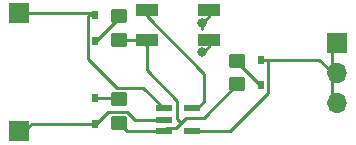
<source format=gbr>
%TF.GenerationSoftware,KiCad,Pcbnew,7.0.5*%
%TF.CreationDate,2024-02-16T16:10:36-06:00*%
%TF.ProjectId,GATE,47415445-2e6b-4696-9361-645f70636258,rev?*%
%TF.SameCoordinates,Original*%
%TF.FileFunction,Copper,L1,Top*%
%TF.FilePolarity,Positive*%
%FSLAX46Y46*%
G04 Gerber Fmt 4.6, Leading zero omitted, Abs format (unit mm)*
G04 Created by KiCad (PCBNEW 7.0.5) date 2024-02-16 16:10:36*
%MOMM*%
%LPD*%
G01*
G04 APERTURE LIST*
G04 Aperture macros list*
%AMRoundRect*
0 Rectangle with rounded corners*
0 $1 Rounding radius*
0 $2 $3 $4 $5 $6 $7 $8 $9 X,Y pos of 4 corners*
0 Add a 4 corners polygon primitive as box body*
4,1,4,$2,$3,$4,$5,$6,$7,$8,$9,$2,$3,0*
0 Add four circle primitives for the rounded corners*
1,1,$1+$1,$2,$3*
1,1,$1+$1,$4,$5*
1,1,$1+$1,$6,$7*
1,1,$1+$1,$8,$9*
0 Add four rect primitives between the rounded corners*
20,1,$1+$1,$2,$3,$4,$5,0*
20,1,$1+$1,$4,$5,$6,$7,0*
20,1,$1+$1,$6,$7,$8,$9,0*
20,1,$1+$1,$8,$9,$2,$3,0*%
G04 Aperture macros list end*
%TA.AperFunction,SMDPad,CuDef*%
%ADD10RoundRect,0.250000X-0.450000X0.350000X-0.450000X-0.350000X0.450000X-0.350000X0.450000X0.350000X0*%
%TD*%
%TA.AperFunction,SMDPad,CuDef*%
%ADD11R,0.609600X0.660400*%
%TD*%
%TA.AperFunction,SMDPad,CuDef*%
%ADD12R,1.473200X0.558800*%
%TD*%
%TA.AperFunction,ComponentPad*%
%ADD13R,1.700000X1.700000*%
%TD*%
%TA.AperFunction,ComponentPad*%
%ADD14O,1.700000X1.700000*%
%TD*%
%TA.AperFunction,SMDPad,CuDef*%
%ADD15R,1.875000X1.050000*%
%TD*%
%TA.AperFunction,ViaPad*%
%ADD16C,0.800000*%
%TD*%
%TA.AperFunction,Conductor*%
%ADD17C,0.250000*%
%TD*%
G04 APERTURE END LIST*
D10*
%TO.P,R3,1*%
%TO.N,Net-(LED3-Pad1)*%
X160000000Y-86500000D03*
%TO.P,R3,2*%
%TO.N,GND*%
X160000000Y-88500000D03*
%TD*%
D11*
%TO.P,LED1,1*%
%TO.N,Net-(LED1-Pad1)*%
X148000000Y-84829500D03*
%TO.P,LED1,2*%
%TO.N,Net-(J1-Pin_1)*%
X148000000Y-82670500D03*
%TD*%
D10*
%TO.P,R1,1*%
%TO.N,Net-(LED1-Pad1)*%
X150000000Y-82750000D03*
%TO.P,R1,2*%
%TO.N,GND*%
X150000000Y-84750000D03*
%TD*%
%TO.P,R2,1*%
%TO.N,Net-(LED2-Pad1)*%
X150000000Y-89750000D03*
%TO.P,R2,2*%
%TO.N,GND*%
X150000000Y-91750000D03*
%TD*%
D11*
%TO.P,LED2,1*%
%TO.N,Net-(LED2-Pad1)*%
X148000000Y-89670500D03*
%TO.P,LED2,2*%
%TO.N,Net-(J2-Pin_1)*%
X148000000Y-91829500D03*
%TD*%
D12*
%TO.P,U1,1,A*%
%TO.N,Net-(J1-Pin_1)*%
X153806200Y-90549999D03*
%TO.P,U1,2,B*%
%TO.N,Net-(J2-Pin_1)*%
X153806200Y-91500000D03*
%TO.P,U1,3,GND*%
%TO.N,GND*%
X153806200Y-92450001D03*
%TO.P,U1,4,Y*%
%TO.N,Net-(J3-Pin_1)*%
X156193800Y-92450001D03*
%TO.P,U1,5,VCC*%
%TO.N,VCC*%
X156193800Y-90549999D03*
%TD*%
D13*
%TO.P,J1,1,Pin_1*%
%TO.N,Net-(J1-Pin_1)*%
X141500000Y-82500000D03*
%TD*%
D11*
%TO.P,LED3,1*%
%TO.N,Net-(LED3-Pad1)*%
X162000000Y-88579500D03*
%TO.P,LED3,2*%
%TO.N,Net-(J3-Pin_1)*%
X162000000Y-86420500D03*
%TD*%
D13*
%TO.P,J2,1,Pin_1*%
%TO.N,Net-(J2-Pin_1)*%
X141500000Y-92500000D03*
%TD*%
D14*
%TO.P,J3,3,Pin_3*%
%TO.N,Net-(J3-Pin_1)*%
X168500000Y-90080000D03*
%TO.P,J3,2,Pin_2*%
X168500000Y-87540000D03*
D13*
%TO.P,J3,1,Pin_1*%
X168500000Y-85000000D03*
%TD*%
D15*
%TO.P,D1,1*%
%TO.N,VCC*%
X152337500Y-82250000D03*
%TO.P,D1,2*%
%TO.N,Net-(J5-PWR)*%
X157662500Y-82250000D03*
%TO.P,D1,3*%
%TO.N,GND*%
X152337500Y-84750000D03*
%TO.P,D1,4*%
%TO.N,Net-(J4-PWR)*%
X157662500Y-84750000D03*
%TD*%
D16*
%TO.N,Net-(J5-PWR)*%
X157000000Y-83320000D03*
%TO.N,Net-(J4-PWR)*%
X157000000Y-85800000D03*
%TD*%
D17*
%TO.N,GND*%
X155653749Y-91324052D02*
X157175948Y-91324052D01*
X150700001Y-92450001D02*
X153806200Y-92450001D01*
X155238901Y-91738901D02*
X155653749Y-91324052D01*
X154071200Y-92185001D02*
X153806200Y-92450001D01*
X154940000Y-91440000D02*
X155238901Y-91738901D01*
X150000000Y-84750000D02*
X151837500Y-84750000D01*
X150000000Y-91750000D02*
X150000000Y-91620722D01*
X154940000Y-89891499D02*
X154940000Y-91440000D01*
X152337500Y-85250000D02*
X152337500Y-87288999D01*
X152337500Y-87288999D02*
X154940000Y-89891499D01*
X150000000Y-91750000D02*
X150700001Y-92450001D01*
X151837500Y-84750000D02*
X152337500Y-85250000D01*
X160000000Y-88500000D02*
X160000000Y-88370722D01*
X157175948Y-91324052D02*
X160000000Y-88500000D01*
X154792800Y-92185001D02*
X155238901Y-91738901D01*
X154792800Y-92185001D02*
X154071200Y-92185001D01*
%TO.N,VCC*%
X157180400Y-87592900D02*
X157180400Y-90020599D01*
X156651000Y-90549999D02*
X156193800Y-90549999D01*
X157180400Y-90020599D02*
X156651000Y-90549999D01*
X152337500Y-82750000D02*
X157180400Y-87592900D01*
%TO.N,Net-(LED1-Pad1)*%
X148049778Y-84829500D02*
X150000000Y-82879278D01*
X150000000Y-82879278D02*
X150000000Y-82750000D01*
X148000000Y-84829500D02*
X148049778Y-84829500D01*
%TO.N,Net-(LED2-Pad1)*%
X149920500Y-89670500D02*
X150000000Y-89750000D01*
X148000000Y-89670500D02*
X149920500Y-89670500D01*
%TO.N,Net-(LED3-Pad1)*%
X161950222Y-88579500D02*
X162000000Y-88579500D01*
X160000000Y-86500000D02*
X160000000Y-86629278D01*
X160000000Y-86629278D02*
X161950222Y-88579500D01*
%TO.N,Net-(J1-Pin_1)*%
X148000000Y-82670500D02*
X147445200Y-82670500D01*
X147370200Y-82745500D02*
X147370200Y-86335200D01*
X147445200Y-82670500D02*
X147370200Y-82745500D01*
X147370200Y-86335200D02*
X149860000Y-88825000D01*
X147829500Y-82500000D02*
X148000000Y-82670500D01*
X142000000Y-82500000D02*
X147829500Y-82500000D01*
X153942595Y-90500001D02*
X153806200Y-90500001D01*
X149860000Y-88825000D02*
X152081201Y-88825000D01*
X152081201Y-88825000D02*
X153806200Y-90549999D01*
%TO.N,Net-(J2-Pin_1)*%
X149054000Y-90825000D02*
X148049500Y-91829500D01*
X148049500Y-91829500D02*
X148000000Y-91829500D01*
X153806200Y-91500000D02*
X151370100Y-91500000D01*
X150695100Y-90825000D02*
X149054000Y-90825000D01*
X151370100Y-91500000D02*
X150695100Y-90825000D01*
X142670500Y-91829500D02*
X142000000Y-92500000D01*
X148000000Y-91829500D02*
X142670500Y-91829500D01*
%TO.N,Net-(J3-Pin_1)*%
X156193800Y-92450001D02*
X159414499Y-92450001D01*
X162000000Y-86420500D02*
X162554800Y-86420500D01*
X166920500Y-86420500D02*
X168000000Y-87500000D01*
X162000000Y-86420500D02*
X166920500Y-86420500D01*
X162079500Y-86500000D02*
X162000000Y-86420500D01*
X162629800Y-86495500D02*
X162554800Y-86420500D01*
X168000000Y-84960000D02*
X168000000Y-87500000D01*
X168000000Y-87500000D02*
X168000000Y-90040000D01*
X162629800Y-89234700D02*
X162629800Y-86495500D01*
X159414499Y-92450001D02*
X162629800Y-89234700D01*
X161950222Y-86420500D02*
X162000000Y-86420500D01*
%TO.N,Net-(J5-PWR)*%
X157000000Y-83820000D02*
X157000000Y-83412500D01*
X157000000Y-83412500D02*
X157662500Y-82750000D01*
%TO.N,Net-(J4-PWR)*%
X157000000Y-85912500D02*
X157662500Y-85250000D01*
%TD*%
M02*

</source>
